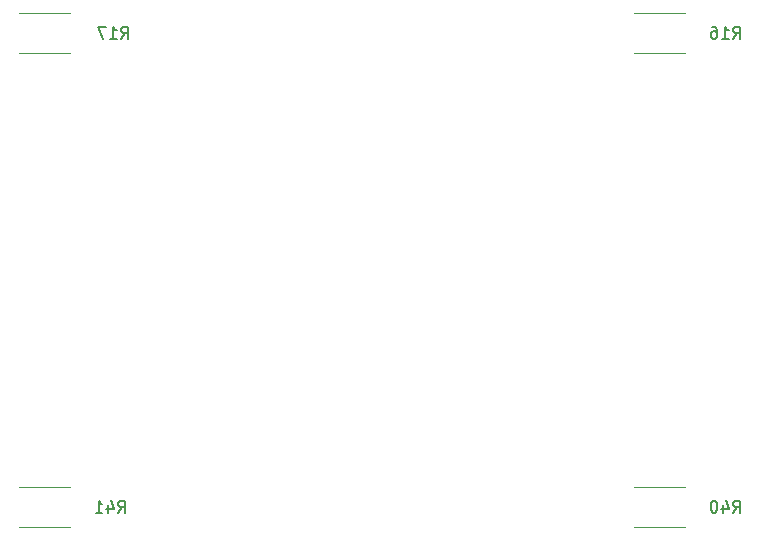
<source format=gbr>
%TF.GenerationSoftware,KiCad,Pcbnew,6.0.0*%
%TF.CreationDate,2022-01-11T19:34:27+01:00*%
%TF.ProjectId,main,6d61696e-2e6b-4696-9361-645f70636258,v.1.1.0*%
%TF.SameCoordinates,Original*%
%TF.FileFunction,Legend,Bot*%
%TF.FilePolarity,Positive*%
%FSLAX46Y46*%
G04 Gerber Fmt 4.6, Leading zero omitted, Abs format (unit mm)*
G04 Created by KiCad (PCBNEW 6.0.0) date 2022-01-11 19:34:27*
%MOMM*%
%LPD*%
G01*
G04 APERTURE LIST*
%ADD10C,0.150000*%
%ADD11C,0.120000*%
G04 APERTURE END LIST*
D10*
%TO.C,R40*%
X187840857Y-103068380D02*
X188174190Y-102592190D01*
X188412285Y-103068380D02*
X188412285Y-102068380D01*
X188031333Y-102068380D01*
X187936095Y-102116000D01*
X187888476Y-102163619D01*
X187840857Y-102258857D01*
X187840857Y-102401714D01*
X187888476Y-102496952D01*
X187936095Y-102544571D01*
X188031333Y-102592190D01*
X188412285Y-102592190D01*
X186983714Y-102401714D02*
X186983714Y-103068380D01*
X187221809Y-102020761D02*
X187459904Y-102735047D01*
X186840857Y-102735047D01*
X186269428Y-102068380D02*
X186174190Y-102068380D01*
X186078952Y-102116000D01*
X186031333Y-102163619D01*
X185983714Y-102258857D01*
X185936095Y-102449333D01*
X185936095Y-102687428D01*
X185983714Y-102877904D01*
X186031333Y-102973142D01*
X186078952Y-103020761D01*
X186174190Y-103068380D01*
X186269428Y-103068380D01*
X186364666Y-103020761D01*
X186412285Y-102973142D01*
X186459904Y-102877904D01*
X186507523Y-102687428D01*
X186507523Y-102449333D01*
X186459904Y-102258857D01*
X186412285Y-102163619D01*
X186364666Y-102116000D01*
X186269428Y-102068380D01*
%TO.C,R41*%
X135770857Y-103068380D02*
X136104190Y-102592190D01*
X136342285Y-103068380D02*
X136342285Y-102068380D01*
X135961333Y-102068380D01*
X135866095Y-102116000D01*
X135818476Y-102163619D01*
X135770857Y-102258857D01*
X135770857Y-102401714D01*
X135818476Y-102496952D01*
X135866095Y-102544571D01*
X135961333Y-102592190D01*
X136342285Y-102592190D01*
X134913714Y-102401714D02*
X134913714Y-103068380D01*
X135151809Y-102020761D02*
X135389904Y-102735047D01*
X134770857Y-102735047D01*
X133866095Y-103068380D02*
X134437523Y-103068380D01*
X134151809Y-103068380D02*
X134151809Y-102068380D01*
X134247047Y-102211238D01*
X134342285Y-102306476D01*
X134437523Y-102354095D01*
%TO.C,R16*%
X187840857Y-62936380D02*
X188174190Y-62460190D01*
X188412285Y-62936380D02*
X188412285Y-61936380D01*
X188031333Y-61936380D01*
X187936095Y-61984000D01*
X187888476Y-62031619D01*
X187840857Y-62126857D01*
X187840857Y-62269714D01*
X187888476Y-62364952D01*
X187936095Y-62412571D01*
X188031333Y-62460190D01*
X188412285Y-62460190D01*
X186888476Y-62936380D02*
X187459904Y-62936380D01*
X187174190Y-62936380D02*
X187174190Y-61936380D01*
X187269428Y-62079238D01*
X187364666Y-62174476D01*
X187459904Y-62222095D01*
X186031333Y-61936380D02*
X186221809Y-61936380D01*
X186317047Y-61984000D01*
X186364666Y-62031619D01*
X186459904Y-62174476D01*
X186507523Y-62364952D01*
X186507523Y-62745904D01*
X186459904Y-62841142D01*
X186412285Y-62888761D01*
X186317047Y-62936380D01*
X186126571Y-62936380D01*
X186031333Y-62888761D01*
X185983714Y-62841142D01*
X185936095Y-62745904D01*
X185936095Y-62507809D01*
X185983714Y-62412571D01*
X186031333Y-62364952D01*
X186126571Y-62317333D01*
X186317047Y-62317333D01*
X186412285Y-62364952D01*
X186459904Y-62412571D01*
X186507523Y-62507809D01*
%TO.C,R17*%
X136024857Y-62936380D02*
X136358190Y-62460190D01*
X136596285Y-62936380D02*
X136596285Y-61936380D01*
X136215333Y-61936380D01*
X136120095Y-61984000D01*
X136072476Y-62031619D01*
X136024857Y-62126857D01*
X136024857Y-62269714D01*
X136072476Y-62364952D01*
X136120095Y-62412571D01*
X136215333Y-62460190D01*
X136596285Y-62460190D01*
X135072476Y-62936380D02*
X135643904Y-62936380D01*
X135358190Y-62936380D02*
X135358190Y-61936380D01*
X135453428Y-62079238D01*
X135548666Y-62174476D01*
X135643904Y-62222095D01*
X134739142Y-61936380D02*
X134072476Y-61936380D01*
X134501047Y-62936380D01*
D11*
%TO.C,R40*%
X179432936Y-104326000D02*
X183787064Y-104326000D01*
X179432936Y-100906000D02*
X183787064Y-100906000D01*
%TO.C,R41*%
X127362936Y-100906000D02*
X131717064Y-100906000D01*
X127362936Y-104326000D02*
X131717064Y-104326000D01*
%TO.C,R16*%
X179432936Y-64194000D02*
X183787064Y-64194000D01*
X179432936Y-60774000D02*
X183787064Y-60774000D01*
%TO.C,R17*%
X127362936Y-60774000D02*
X131717064Y-60774000D01*
X127362936Y-64194000D02*
X131717064Y-64194000D01*
%TD*%
M02*

</source>
